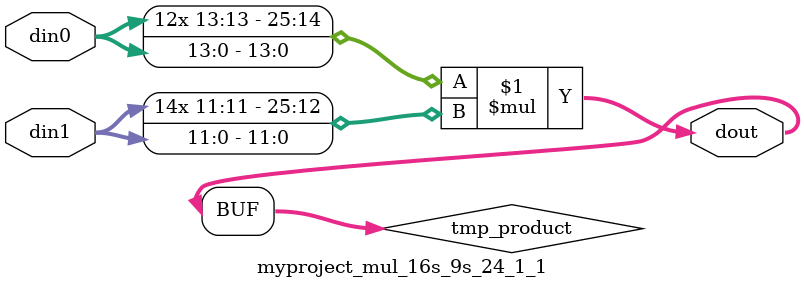
<source format=v>

`timescale 1 ns / 1 ps

  module myproject_mul_16s_9s_24_1_1(din0, din1, dout);
parameter ID = 1;
parameter NUM_STAGE = 0;
parameter din0_WIDTH = 14;
parameter din1_WIDTH = 12;
parameter dout_WIDTH = 26;

input [din0_WIDTH - 1 : 0] din0; 
input [din1_WIDTH - 1 : 0] din1; 
output [dout_WIDTH - 1 : 0] dout;

wire signed [dout_WIDTH - 1 : 0] tmp_product;













assign tmp_product = $signed(din0) * $signed(din1);








assign dout = tmp_product;







endmodule

</source>
